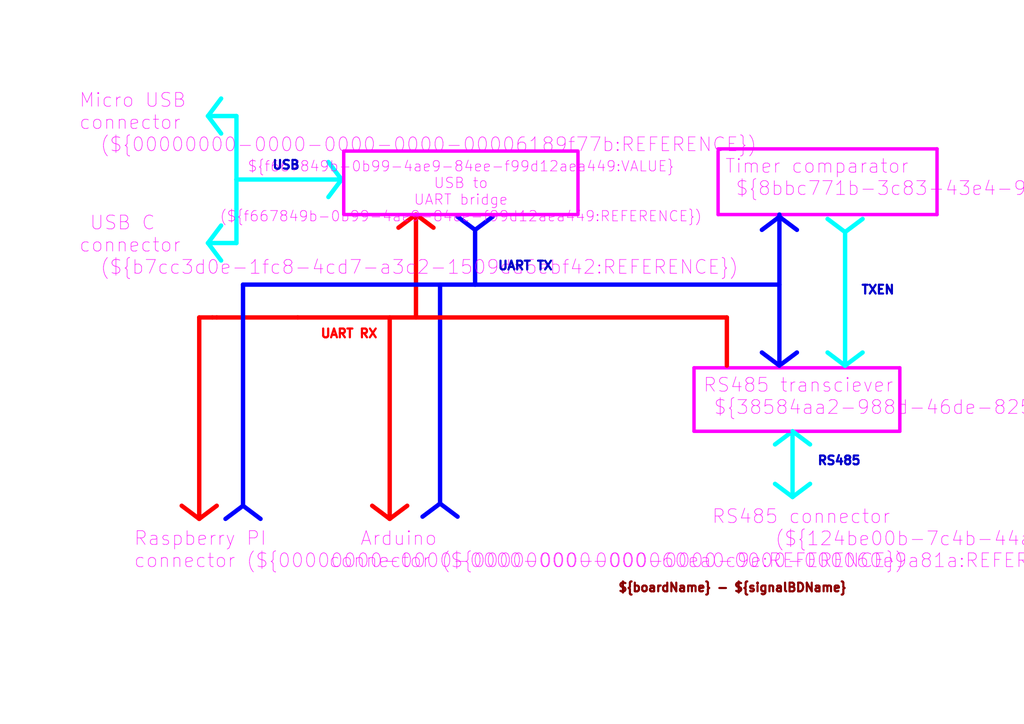
<source format=kicad_sch>
(kicad_sch
	(version 20231120)
	(generator "eeschema")
	(generator_version "8.0")
	(uuid "55f62029-af66-4168-97aa-c791fab7ce0f")
	(paper "A4")
	(title_block
		(title "${boardName} - ${signalBDName}")
		(date "2025-06-06")
		(rev "1.1")
	)
	(lib_symbols)
	(polyline
		(pts
			(xy 68.58 70.485) (xy 68.58 52.07)
		)
		(stroke
			(width 1.27)
			(type solid)
			(color 0 255 255 1)
		)
		(uuid "02c9ee53-9e08-4e2a-b71d-4cdd73d8a3c3")
	)
	(polyline
		(pts
			(xy 271.78 43.18) (xy 208.28 43.18)
		)
		(stroke
			(width 1)
			(type solid)
			(color 255 0 255 1)
		)
		(uuid "03104d51-87fd-4c57-a3bd-604a2313a4b0")
	)
	(polyline
		(pts
			(xy 229.87 125.095) (xy 229.87 144.145)
		)
		(stroke
			(width 1.27)
			(type solid)
			(color 0 255 255 1)
		)
		(uuid "035baed1-eeb9-4c85-a2bd-0bd28c2dcd43")
	)
	(polyline
		(pts
			(xy 70.485 82.55) (xy 226.06 82.55)
		)
		(stroke
			(width 1.27)
			(type solid)
			(color 0 0 255 1)
		)
		(uuid "05399450-05fc-4d49-85af-95779b51dc1c")
	)
	(polyline
		(pts
			(xy 70.485 146.685) (xy 75.565 150.495)
		)
		(stroke
			(width 1.27)
			(type solid)
			(color 0 0 255 1)
		)
		(uuid "0d2991da-2daf-40a7-8d51-8965b87e7ac5")
	)
	(polyline
		(pts
			(xy 250.19 63.5) (xy 245.11 67.31)
		)
		(stroke
			(width 1.27)
			(type solid)
			(color 0 255 255 1)
		)
		(uuid "1153ef80-4f6e-4ace-adcb-ae9f8f1e5fd9")
	)
	(polyline
		(pts
			(xy 226.06 62.23) (xy 226.06 82.55)
		)
		(stroke
			(width 1.27)
			(type solid)
			(color 0 0 255 1)
		)
		(uuid "14632b70-be48-44ed-a1bb-21e3ada2e7ad")
	)
	(polyline
		(pts
			(xy 271.78 62.23) (xy 208.28 62.23)
		)
		(stroke
			(width 1)
			(type solid)
			(color 255 0 255 1)
		)
		(uuid "1633c4a9-0ea0-4004-9b77-f15f8a0b57ee")
	)
	(polyline
		(pts
			(xy 127.635 146.05) (xy 132.715 149.86)
		)
		(stroke
			(width 1.27)
			(type solid)
			(color 0 0 255 1)
		)
		(uuid "17d46de4-83d0-4cec-a137-faba3e51d4dd")
	)
	(polyline
		(pts
			(xy 234.95 140.335) (xy 229.87 144.145)
		)
		(stroke
			(width 1.27)
			(type solid)
			(color 0 255 255 1)
		)
		(uuid "1dc51541-0f64-44d7-ad0a-80993f3fd089")
	)
	(polyline
		(pts
			(xy 229.87 144.145) (xy 224.79 140.335)
		)
		(stroke
			(width 1.27)
			(type solid)
			(color 0 255 255 1)
		)
		(uuid "24bf17be-eefa-49e5-b31d-95741ce62f7d")
	)
	(polyline
		(pts
			(xy 68.58 33.655) (xy 68.58 52.07)
		)
		(stroke
			(width 1.27)
			(type solid)
			(color 0 255 255 1)
		)
		(uuid "27b79515-2842-4ec7-85e9-f09bbc210703")
	)
	(polyline
		(pts
			(xy 231.14 102.235) (xy 226.06 106.045)
		)
		(stroke
			(width 1.27)
			(type solid)
			(color 0 0 255 1)
		)
		(uuid "2e96d0a7-f3d9-4e52-8108-a4125f6f0bbb")
	)
	(polyline
		(pts
			(xy 68.58 52.07) (xy 99.06 52.07)
		)
		(stroke
			(width 1.27)
			(type solid)
			(color 0 255 255 1)
		)
		(uuid "346c01e0-d9a1-4897-b1d2-11eed5a2ccaa")
	)
	(polyline
		(pts
			(xy 57.785 150.495) (xy 52.705 146.685)
		)
		(stroke
			(width 1.27)
			(type solid)
			(color 255 0 0 1)
		)
		(uuid "3c295221-23d5-4e04-881c-9b0cf13a3803")
	)
	(polyline
		(pts
			(xy 260.985 106.68) (xy 201.295 106.68)
		)
		(stroke
			(width 1)
			(type solid)
			(color 255 0 255 1)
		)
		(uuid "42978039-c14e-470f-b5e8-f74ac2617608")
	)
	(polyline
		(pts
			(xy 142.875 62.865) (xy 137.795 66.675)
		)
		(stroke
			(width 1.27)
			(type solid)
			(color 0 0 255 1)
		)
		(uuid "4b6aa619-eca3-42b2-9ce6-e7f3c510a778")
	)
	(polyline
		(pts
			(xy 57.785 92.075) (xy 61.595 92.075)
		)
		(stroke
			(width 1.27)
			(type solid)
			(color 255 0 0 1)
		)
		(uuid "4fffe33d-a524-4aa4-b4d7-da2721325e0d")
	)
	(polyline
		(pts
			(xy 86.36 92.075) (xy 210.82 92.075)
		)
		(stroke
			(width 1.27)
			(type solid)
			(color 255 0 0 1)
		)
		(uuid "5113b489-7c03-411a-8345-e532a970a420")
	)
	(polyline
		(pts
			(xy 224.79 128.905) (xy 229.87 125.095)
		)
		(stroke
			(width 1.27)
			(type solid)
			(color 0 255 255 1)
		)
		(uuid "53b8526c-ab94-4a38-9712-551b4d412988")
	)
	(polyline
		(pts
			(xy 245.11 67.31) (xy 240.03 63.5)
		)
		(stroke
			(width 1.27)
			(type solid)
			(color 0 255 255 1)
		)
		(uuid "5522f374-c313-4577-a79c-003d8ba2fd88")
	)
	(polyline
		(pts
			(xy 61.595 92.075) (xy 62.865 92.075)
		)
		(stroke
			(width 1.27)
			(type solid)
			(color 255 0 0 1)
		)
		(uuid "577bc53e-674c-4a8f-8202-7c5a09ba127a")
	)
	(polyline
		(pts
			(xy 201.295 106.68) (xy 201.295 125.095)
		)
		(stroke
			(width 1)
			(type solid)
			(color 255 0 255 1)
		)
		(uuid "60f348c1-beb4-4590-8998-b7692aaf000c")
	)
	(polyline
		(pts
			(xy 60.325 33.655) (xy 64.135 28.575)
		)
		(stroke
			(width 1.27)
			(type solid)
			(color 0 255 255 1)
		)
		(uuid "6208c6a7-687a-4cec-aa6c-a319c0a290d2")
	)
	(polyline
		(pts
			(xy 95.25 46.99) (xy 99.06 52.07)
		)
		(stroke
			(width 1.27)
			(type solid)
			(color 0 255 255 1)
		)
		(uuid "6a2586a0-a050-46e2-a5ae-0b5468ff2141")
	)
	(polyline
		(pts
			(xy 229.87 125.095) (xy 234.95 128.905)
		)
		(stroke
			(width 1.27)
			(type solid)
			(color 0 255 255 1)
		)
		(uuid "6c84db0a-794c-4d07-be57-b05dff6fb63b")
	)
	(polyline
		(pts
			(xy 120.65 62.865) (xy 120.65 92.075)
		)
		(stroke
			(width 1.27)
			(type solid)
			(color 255 0 0 1)
		)
		(uuid "6cd1cfd0-7f6a-48b9-927a-f420b764a803")
	)
	(polyline
		(pts
			(xy 208.28 43.815) (xy 208.28 62.23)
		)
		(stroke
			(width 1)
			(type solid)
			(color 255 0 255 1)
		)
		(uuid "740f0bf3-4faa-4616-b21e-29de6ecf505b")
	)
	(polyline
		(pts
			(xy 62.865 146.685) (xy 57.785 150.495)
		)
		(stroke
			(width 1.27)
			(type solid)
			(color 255 0 0 1)
		)
		(uuid "7456adae-9532-4dda-bafc-52746d73c258")
	)
	(polyline
		(pts
			(xy 271.78 43.18) (xy 271.78 62.23)
		)
		(stroke
			(width 1)
			(type solid)
			(color 255 0 255 1)
		)
		(uuid "7808a7d4-140d-44f5-829b-63bd002f7d8a")
	)
	(polyline
		(pts
			(xy 250.19 102.235) (xy 245.11 106.045)
		)
		(stroke
			(width 1.27)
			(type solid)
			(color 0 255 255 1)
		)
		(uuid "78142bc4-2609-4c8a-af6b-96fc4edba42c")
	)
	(polyline
		(pts
			(xy 137.795 66.675) (xy 132.715 62.865)
		)
		(stroke
			(width 1.27)
			(type solid)
			(color 0 0 255 1)
		)
		(uuid "7ce4a9fa-1e35-4522-8229-ee2bb64ea65d")
	)
	(polyline
		(pts
			(xy 245.11 67.31) (xy 245.11 106.045)
		)
		(stroke
			(width 1.27)
			(type solid)
			(color 0 255 255 1)
		)
		(uuid "7e2de997-057f-4789-a875-44cee6042689")
	)
	(polyline
		(pts
			(xy 226.06 62.865) (xy 231.14 66.675)
		)
		(stroke
			(width 1.27)
			(type solid)
			(color 0 0 255 1)
		)
		(uuid "9b451292-9481-4073-b0e8-c52cd4b45d88")
	)
	(polyline
		(pts
			(xy 68.58 70.485) (xy 60.325 70.485)
		)
		(stroke
			(width 1.27)
			(type solid)
			(color 0 255 255 1)
		)
		(uuid "9f51adc3-59b2-4bec-989e-2210cde40d14")
	)
	(polyline
		(pts
			(xy 64.135 38.735) (xy 60.325 33.655)
		)
		(stroke
			(width 1.27)
			(type solid)
			(color 0 255 255 1)
		)
		(uuid "a936309d-dcbc-47c4-8bc4-3068cfc49863")
	)
	(polyline
		(pts
			(xy 260.985 125.095) (xy 201.295 125.095)
		)
		(stroke
			(width 1)
			(type solid)
			(color 255 0 255 1)
		)
		(uuid "ada3da3f-568c-450f-89ab-cde034f7d748")
	)
	(polyline
		(pts
			(xy 260.985 106.68) (xy 260.985 125.095)
		)
		(stroke
			(width 1)
			(type solid)
			(color 255 0 255 1)
		)
		(uuid "afb444a9-94e6-4cf1-aaa8-17d91534bbe2")
	)
	(polyline
		(pts
			(xy 245.11 106.045) (xy 240.03 102.235)
		)
		(stroke
			(width 1.27)
			(type solid)
			(color 0 255 255 1)
		)
		(uuid "b4227c9d-93ef-40d7-b66a-d3ce969c4c08")
	)
	(polyline
		(pts
			(xy 60.325 33.655) (xy 68.58 33.655)
		)
		(stroke
			(width 1.27)
			(type solid)
			(color 0 255 255 1)
		)
		(uuid "b8493790-7949-484c-acde-f552fb0859b1")
	)
	(polyline
		(pts
			(xy 226.06 82.55) (xy 226.06 106.045)
		)
		(stroke
			(width 1.27)
			(type solid)
			(color 0 0 255 1)
		)
		(uuid "ba9a34f4-4329-4606-b676-540a0f5a47e1")
	)
	(polyline
		(pts
			(xy 70.485 82.55) (xy 70.485 146.685)
		)
		(stroke
			(width 1.27)
			(type solid)
			(color 0 0 255 1)
		)
		(uuid "c192f21d-bd0a-4358-a27b-636e233ee739")
	)
	(polyline
		(pts
			(xy 113.03 92.075) (xy 113.03 150.495)
		)
		(stroke
			(width 1.27)
			(type solid)
			(color 255 0 0 1)
		)
		(uuid "ca1cf1ba-aa9e-4a57-b288-fe966a7f84ac")
	)
	(polyline
		(pts
			(xy 113.03 150.495) (xy 107.95 146.685)
		)
		(stroke
			(width 1.27)
			(type solid)
			(color 255 0 0 1)
		)
		(uuid "cc58efed-88a2-4b28-89ba-4d46bef29ed7")
	)
	(polyline
		(pts
			(xy 57.785 92.075) (xy 57.785 150.495)
		)
		(stroke
			(width 1.27)
			(type solid)
			(color 255 0 0 1)
		)
		(uuid "d0ee705a-c9c5-4962-90b7-fee8e9634547")
	)
	(polyline
		(pts
			(xy 210.82 106.045) (xy 210.82 92.075)
		)
		(stroke
			(width 1.27)
			(type solid)
			(color 255 0 0 1)
		)
		(uuid "d2bc04b2-4464-4ea4-845b-63d69e8921c4")
	)
	(polyline
		(pts
			(xy 122.555 149.86) (xy 127.635 146.05)
		)
		(stroke
			(width 1.27)
			(type solid)
			(color 0 0 255 1)
		)
		(uuid "de6e4dbe-3424-4c90-ba04-93bdf1bdafb0")
	)
	(polyline
		(pts
			(xy 86.36 92.075) (xy 62.865 92.075)
		)
		(stroke
			(width 1.27)
			(type solid)
			(color 255 0 0 1)
		)
		(uuid "dff72a93-efb6-4c4d-a8da-3b5e54f95cf2")
	)
	(polyline
		(pts
			(xy 115.57 66.04) (xy 120.65 62.23)
		)
		(stroke
			(width 1.27)
			(type solid)
			(color 255 0 0 1)
		)
		(uuid "e20662f8-a926-4937-8a58-d81c065543a9")
	)
	(polyline
		(pts
			(xy 137.795 66.675) (xy 137.795 82.55)
		)
		(stroke
			(width 1.27)
			(type solid)
			(color 0 0 255 1)
		)
		(uuid "e88f0565-5a02-42db-8bd1-f93c308558e4")
	)
	(polyline
		(pts
			(xy 64.135 75.565) (xy 60.325 70.485)
		)
		(stroke
			(width 1.27)
			(type solid)
			(color 0 255 255 1)
		)
		(uuid "ec85000c-b5ce-4f4b-aee3-6e08fa4acadf")
	)
	(polyline
		(pts
			(xy 60.325 70.485) (xy 64.135 65.405)
		)
		(stroke
			(width 1.27)
			(type solid)
			(color 0 255 255 1)
		)
		(uuid "ef2ac10c-b067-4c26-a9e8-d66c0a97b782")
	)
	(polyline
		(pts
			(xy 226.06 106.045) (xy 220.98 102.235)
		)
		(stroke
			(width 1.27)
			(type solid)
			(color 0 0 255 1)
		)
		(uuid "f0d13374-bdc8-414e-9077-3d0f69b3e3f8")
	)
	(polyline
		(pts
			(xy 118.11 146.685) (xy 113.03 150.495)
		)
		(stroke
			(width 1.27)
			(type solid)
			(color 255 0 0 1)
		)
		(uuid "f452bae7-a250-4672-a7cc-41df39931213")
	)
	(polyline
		(pts
			(xy 99.06 52.07) (xy 95.25 57.15)
		)
		(stroke
			(width 1.27)
			(type solid)
			(color 0 255 255 1)
		)
		(uuid "f783150a-c40e-4e4b-aa9a-f470ef4fe043")
	)
	(polyline
		(pts
			(xy 220.98 66.675) (xy 226.06 62.865)
		)
		(stroke
			(width 1.27)
			(type solid)
			(color 0 0 255 1)
		)
		(uuid "f8adad2b-6779-4234-8832-2f028882f516")
	)
	(polyline
		(pts
			(xy 127.635 82.55) (xy 127.635 146.05)
		)
		(stroke
			(width 1.27)
			(type solid)
			(color 0 0 255 1)
		)
		(uuid "f911ec24-0459-4f76-acf6-9d744ace6e2a")
	)
	(polyline
		(pts
			(xy 65.405 150.495) (xy 70.485 146.685)
		)
		(stroke
			(width 1.27)
			(type solid)
			(color 0 0 255 1)
		)
		(uuid "fa923a14-d529-4ec9-b76d-cffe386521f2")
	)
	(polyline
		(pts
			(xy 120.65 62.23) (xy 125.73 66.04)
		)
		(stroke
			(width 1.27)
			(type solid)
			(color 255 0 0 1)
		)
		(uuid "fc889777-8da3-4c04-8d39-4ca2a888d55b")
	)
	(text_box " ${f667849b-0b99-4ae9-84ee-f99d12aea449:VALUE} USB to\nUART bridge (${f667849b-0b99-4ae9-84ee-f99d12aea449:REFERENCE})"
		(exclude_from_sim no)
		(at 99.695 43.815 0)
		(size 67.945 18.415)
		(stroke
			(width 1)
			(type default)
			(color 255 0 255 1)
		)
		(fill
			(type none)
		)
		(effects
			(font
				(size 3 3)
				(color 255 0 255 1)
			)
		)
		(uuid "4dcba3a1-64f1-4553-8c0a-4196732dce03")
	)
	(text "RS485 transciever\n ${38584aa2-988d-46de-8254-7374da227f54:VALUE} (${38584aa2-988d-46de-8254-7374da227f54:REFERENCE})"
		(exclude_from_sim no)
		(at 203.835 120.65 0)
		(effects
			(font
				(size 4 4)
				(color 255 0 255 1)
			)
			(justify left bottom)
		)
		(uuid "39516721-6a93-4bc5-98ec-a0890dd02987")
	)
	(text "${boardName} - ${signalBDName}"
		(exclude_from_sim no)
		(at 179.07 172.085 0)
		(effects
			(font
				(size 2.5 2.5)
				(thickness 0.8)
				(bold yes)
				(color 132 0 0 1)
			)
			(justify left bottom)
		)
		(uuid "397a68bc-851f-47f4-a9cd-83f44bcbc2c1")
	)
	(text "RS485 connector\n      (${124be00b-7c4b-44a1-ac37-f5e21129a574:REFERENCE})"
		(exclude_from_sim no)
		(at 206.375 158.75 0)
		(effects
			(font
				(size 4 4)
				(color 255 0 255 1)
			)
			(justify left bottom)
		)
		(uuid "59c4f36e-fc45-421a-a7bd-ec2068e88d45")
	)
	(text "Raspberry PI\nconnector (${00000000-0000-0000-0000-000060ea0c9e:REFERENCE})"
		(exclude_from_sim no)
		(at 38.735 165.1 0)
		(effects
			(font
				(size 4 4)
				(color 255 0 255 1)
			)
			(justify left bottom)
		)
		(uuid "85a1f0e9-82d1-4c0a-83a1-9ad87d9a6262")
	)
	(text "UART TX"
		(exclude_from_sim no)
		(at 144.145 78.74 0)
		(effects
			(font
				(size 2.54 2.54)
				(thickness 1.016)
				(bold yes)
			)
			(justify left bottom)
		)
		(uuid "92323ced-56fb-4eb1-886c-1bfe59251cc2")
	)
	(text " USB C\nconnector\n  (${b7cc3d0e-1fc8-4cd7-a3c2-1509da6ebf42:REFERENCE})"
		(exclude_from_sim no)
		(at 22.86 80.01 0)
		(effects
			(font
				(size 4 4)
				(color 255 0 255 1)
			)
			(justify left bottom)
		)
		(uuid "95f75311-8d46-4729-8904-d1a17912942b")
	)
	(text "UART RX"
		(exclude_from_sim no)
		(at 92.71 98.425 0)
		(effects
			(font
				(size 2.54 2.54)
				(thickness 1.016)
				(bold yes)
				(color 255 0 0 1)
			)
			(justify left bottom)
		)
		(uuid "a8f6e98f-4036-475c-a956-d00fd29cf9b8")
	)
	(text "RS485"
		(exclude_from_sim no)
		(at 236.855 135.255 0)
		(effects
			(font
				(size 2.54 2.54)
				(thickness 1.016)
				(bold yes)
			)
			(justify left bottom)
		)
		(uuid "bc2c019b-bef7-4bf2-af6f-90461be74c4b")
	)
	(text "TXEN"
		(exclude_from_sim no)
		(at 249.555 85.725 0)
		(effects
			(font
				(size 2.54 2.54)
				(thickness 1.016)
				(bold yes)
			)
			(justify left bottom)
		)
		(uuid "c20e3740-6e34-4fd9-97a7-2a7937977eba")
	)
	(text "USB"
		(exclude_from_sim no)
		(at 78.74 49.53 0)
		(effects
			(font
				(size 2.54 2.54)
				(thickness 1.016)
				(bold yes)
			)
			(justify left bottom)
		)
		(uuid "dbea5397-9e7a-49da-b088-227b8f4acf9a")
	)
	(text "Timer comparator\n ${8bbc771b-3c83-43e4-9319-f143e5621448:VALUE} (${8bbc771b-3c83-43e4-9319-f143e5621448:REFERENCE})"
		(exclude_from_sim no)
		(at 210.185 57.15 0)
		(effects
			(font
				(size 4 4)
				(color 255 0 255 1)
			)
			(justify left bottom)
		)
		(uuid "ea5610a3-f9d3-4ecc-adee-38efb0a5fc1c")
	)
	(text "   Arduino\nconnector (${00000000-0000-0000-0000-000060e9a81a:REFERENCE})"
		(exclude_from_sim no)
		(at 95.25 165.1 0)
		(effects
			(font
				(size 4 4)
				(color 255 0 255 1)
			)
			(justify left bottom)
		)
		(uuid "eb3f79e7-56c8-4cdf-b525-a948af1e2655")
	)
	(text "Micro USB\nconnector\n  (${00000000-0000-0000-0000-00006189f77b:REFERENCE})"
		(exclude_from_sim no)
		(at 22.86 44.45 0)
		(effects
			(font
				(size 4 4)
				(color 255 0 255 1)
			)
			(justify left bottom)
		)
		(uuid "ebd0fbe5-b6ec-466b-b24b-b51b80676d6c")
	)
)

</source>
